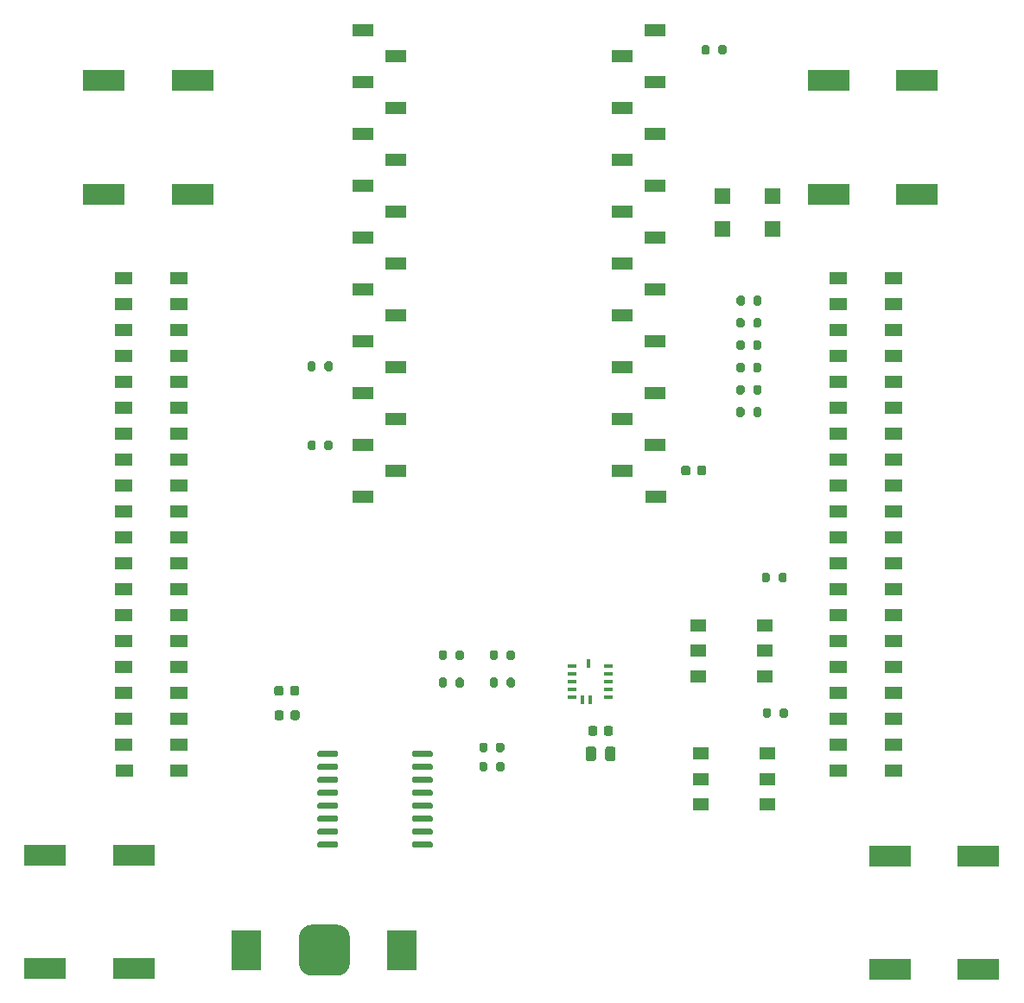
<source format=gbr>
%TF.GenerationSoftware,KiCad,Pcbnew,(5.1.9)-1*%
%TF.CreationDate,2023-04-15T18:22:43-04:00*%
%TF.ProjectId,ESP backpack,45535020-6261-4636-9b70-61636b2e6b69,rev?*%
%TF.SameCoordinates,Original*%
%TF.FileFunction,Paste,Top*%
%TF.FilePolarity,Positive*%
%FSLAX46Y46*%
G04 Gerber Fmt 4.6, Leading zero omitted, Abs format (unit mm)*
G04 Created by KiCad (PCBNEW (5.1.9)-1) date 2023-04-15 18:22:43*
%MOMM*%
%LPD*%
G01*
G04 APERTURE LIST*
%ADD10R,3.000000X4.000000*%
%ADD11R,4.099999X2.000000*%
%ADD12R,4.100000X2.000000*%
%ADD13R,0.400000X0.805000*%
%ADD14R,0.805000X0.350000*%
%ADD15R,2.150000X1.200000*%
%ADD16R,2.000000X1.200000*%
%ADD17R,1.500000X1.200000*%
%ADD18R,1.778000X1.270000*%
%ADD19R,1.500000X1.500000*%
G04 APERTURE END LIST*
%TO.C,U3*%
G36*
G01*
X40505800Y-72661920D02*
X40505800Y-72361920D01*
G75*
G02*
X40655800Y-72211920I150000J0D01*
G01*
X42405800Y-72211920D01*
G75*
G02*
X42555800Y-72361920I0J-150000D01*
G01*
X42555800Y-72661920D01*
G75*
G02*
X42405800Y-72811920I-150000J0D01*
G01*
X40655800Y-72811920D01*
G75*
G02*
X40505800Y-72661920I0J150000D01*
G01*
G37*
G36*
G01*
X40505800Y-73931920D02*
X40505800Y-73631920D01*
G75*
G02*
X40655800Y-73481920I150000J0D01*
G01*
X42405800Y-73481920D01*
G75*
G02*
X42555800Y-73631920I0J-150000D01*
G01*
X42555800Y-73931920D01*
G75*
G02*
X42405800Y-74081920I-150000J0D01*
G01*
X40655800Y-74081920D01*
G75*
G02*
X40505800Y-73931920I0J150000D01*
G01*
G37*
G36*
G01*
X40505800Y-75201920D02*
X40505800Y-74901920D01*
G75*
G02*
X40655800Y-74751920I150000J0D01*
G01*
X42405800Y-74751920D01*
G75*
G02*
X42555800Y-74901920I0J-150000D01*
G01*
X42555800Y-75201920D01*
G75*
G02*
X42405800Y-75351920I-150000J0D01*
G01*
X40655800Y-75351920D01*
G75*
G02*
X40505800Y-75201920I0J150000D01*
G01*
G37*
G36*
G01*
X40505800Y-76471920D02*
X40505800Y-76171920D01*
G75*
G02*
X40655800Y-76021920I150000J0D01*
G01*
X42405800Y-76021920D01*
G75*
G02*
X42555800Y-76171920I0J-150000D01*
G01*
X42555800Y-76471920D01*
G75*
G02*
X42405800Y-76621920I-150000J0D01*
G01*
X40655800Y-76621920D01*
G75*
G02*
X40505800Y-76471920I0J150000D01*
G01*
G37*
G36*
G01*
X40505800Y-77741920D02*
X40505800Y-77441920D01*
G75*
G02*
X40655800Y-77291920I150000J0D01*
G01*
X42405800Y-77291920D01*
G75*
G02*
X42555800Y-77441920I0J-150000D01*
G01*
X42555800Y-77741920D01*
G75*
G02*
X42405800Y-77891920I-150000J0D01*
G01*
X40655800Y-77891920D01*
G75*
G02*
X40505800Y-77741920I0J150000D01*
G01*
G37*
G36*
G01*
X40505800Y-79011920D02*
X40505800Y-78711920D01*
G75*
G02*
X40655800Y-78561920I150000J0D01*
G01*
X42405800Y-78561920D01*
G75*
G02*
X42555800Y-78711920I0J-150000D01*
G01*
X42555800Y-79011920D01*
G75*
G02*
X42405800Y-79161920I-150000J0D01*
G01*
X40655800Y-79161920D01*
G75*
G02*
X40505800Y-79011920I0J150000D01*
G01*
G37*
G36*
G01*
X40505800Y-80281920D02*
X40505800Y-79981920D01*
G75*
G02*
X40655800Y-79831920I150000J0D01*
G01*
X42405800Y-79831920D01*
G75*
G02*
X42555800Y-79981920I0J-150000D01*
G01*
X42555800Y-80281920D01*
G75*
G02*
X42405800Y-80431920I-150000J0D01*
G01*
X40655800Y-80431920D01*
G75*
G02*
X40505800Y-80281920I0J150000D01*
G01*
G37*
G36*
G01*
X40505800Y-81551920D02*
X40505800Y-81251920D01*
G75*
G02*
X40655800Y-81101920I150000J0D01*
G01*
X42405800Y-81101920D01*
G75*
G02*
X42555800Y-81251920I0J-150000D01*
G01*
X42555800Y-81551920D01*
G75*
G02*
X42405800Y-81701920I-150000J0D01*
G01*
X40655800Y-81701920D01*
G75*
G02*
X40505800Y-81551920I0J150000D01*
G01*
G37*
G36*
G01*
X31205800Y-81551920D02*
X31205800Y-81251920D01*
G75*
G02*
X31355800Y-81101920I150000J0D01*
G01*
X33105800Y-81101920D01*
G75*
G02*
X33255800Y-81251920I0J-150000D01*
G01*
X33255800Y-81551920D01*
G75*
G02*
X33105800Y-81701920I-150000J0D01*
G01*
X31355800Y-81701920D01*
G75*
G02*
X31205800Y-81551920I0J150000D01*
G01*
G37*
G36*
G01*
X31205800Y-80281920D02*
X31205800Y-79981920D01*
G75*
G02*
X31355800Y-79831920I150000J0D01*
G01*
X33105800Y-79831920D01*
G75*
G02*
X33255800Y-79981920I0J-150000D01*
G01*
X33255800Y-80281920D01*
G75*
G02*
X33105800Y-80431920I-150000J0D01*
G01*
X31355800Y-80431920D01*
G75*
G02*
X31205800Y-80281920I0J150000D01*
G01*
G37*
G36*
G01*
X31205800Y-79011920D02*
X31205800Y-78711920D01*
G75*
G02*
X31355800Y-78561920I150000J0D01*
G01*
X33105800Y-78561920D01*
G75*
G02*
X33255800Y-78711920I0J-150000D01*
G01*
X33255800Y-79011920D01*
G75*
G02*
X33105800Y-79161920I-150000J0D01*
G01*
X31355800Y-79161920D01*
G75*
G02*
X31205800Y-79011920I0J150000D01*
G01*
G37*
G36*
G01*
X31205800Y-77741920D02*
X31205800Y-77441920D01*
G75*
G02*
X31355800Y-77291920I150000J0D01*
G01*
X33105800Y-77291920D01*
G75*
G02*
X33255800Y-77441920I0J-150000D01*
G01*
X33255800Y-77741920D01*
G75*
G02*
X33105800Y-77891920I-150000J0D01*
G01*
X31355800Y-77891920D01*
G75*
G02*
X31205800Y-77741920I0J150000D01*
G01*
G37*
G36*
G01*
X31205800Y-76471920D02*
X31205800Y-76171920D01*
G75*
G02*
X31355800Y-76021920I150000J0D01*
G01*
X33105800Y-76021920D01*
G75*
G02*
X33255800Y-76171920I0J-150000D01*
G01*
X33255800Y-76471920D01*
G75*
G02*
X33105800Y-76621920I-150000J0D01*
G01*
X31355800Y-76621920D01*
G75*
G02*
X31205800Y-76471920I0J150000D01*
G01*
G37*
G36*
G01*
X31205800Y-75201920D02*
X31205800Y-74901920D01*
G75*
G02*
X31355800Y-74751920I150000J0D01*
G01*
X33105800Y-74751920D01*
G75*
G02*
X33255800Y-74901920I0J-150000D01*
G01*
X33255800Y-75201920D01*
G75*
G02*
X33105800Y-75351920I-150000J0D01*
G01*
X31355800Y-75351920D01*
G75*
G02*
X31205800Y-75201920I0J150000D01*
G01*
G37*
G36*
G01*
X31205800Y-73931920D02*
X31205800Y-73631920D01*
G75*
G02*
X31355800Y-73481920I150000J0D01*
G01*
X33105800Y-73481920D01*
G75*
G02*
X33255800Y-73631920I0J-150000D01*
G01*
X33255800Y-73931920D01*
G75*
G02*
X33105800Y-74081920I-150000J0D01*
G01*
X31355800Y-74081920D01*
G75*
G02*
X31205800Y-73931920I0J150000D01*
G01*
G37*
G36*
G01*
X31205800Y-72661920D02*
X31205800Y-72361920D01*
G75*
G02*
X31355800Y-72211920I150000J0D01*
G01*
X33105800Y-72211920D01*
G75*
G02*
X33255800Y-72361920I0J-150000D01*
G01*
X33255800Y-72661920D01*
G75*
G02*
X33105800Y-72811920I-150000J0D01*
G01*
X31355800Y-72811920D01*
G75*
G02*
X31205800Y-72661920I0J150000D01*
G01*
G37*
%TD*%
%TO.C,SDA2*%
G36*
G01*
X48740880Y-74013740D02*
X48740880Y-73463740D01*
G75*
G02*
X48940880Y-73263740I200000J0D01*
G01*
X49340880Y-73263740D01*
G75*
G02*
X49540880Y-73463740I0J-200000D01*
G01*
X49540880Y-74013740D01*
G75*
G02*
X49340880Y-74213740I-200000J0D01*
G01*
X48940880Y-74213740D01*
G75*
G02*
X48740880Y-74013740I0J200000D01*
G01*
G37*
G36*
G01*
X47090880Y-74013740D02*
X47090880Y-73463740D01*
G75*
G02*
X47290880Y-73263740I200000J0D01*
G01*
X47690880Y-73263740D01*
G75*
G02*
X47890880Y-73463740I0J-200000D01*
G01*
X47890880Y-74013740D01*
G75*
G02*
X47690880Y-74213740I-200000J0D01*
G01*
X47290880Y-74213740D01*
G75*
G02*
X47090880Y-74013740I0J200000D01*
G01*
G37*
%TD*%
%TO.C,SCL2*%
G36*
G01*
X48740880Y-72131600D02*
X48740880Y-71581600D01*
G75*
G02*
X48940880Y-71381600I200000J0D01*
G01*
X49340880Y-71381600D01*
G75*
G02*
X49540880Y-71581600I0J-200000D01*
G01*
X49540880Y-72131600D01*
G75*
G02*
X49340880Y-72331600I-200000J0D01*
G01*
X48940880Y-72331600D01*
G75*
G02*
X48740880Y-72131600I0J200000D01*
G01*
G37*
G36*
G01*
X47090880Y-72131600D02*
X47090880Y-71581600D01*
G75*
G02*
X47290880Y-71381600I200000J0D01*
G01*
X47690880Y-71381600D01*
G75*
G02*
X47890880Y-71581600I0J-200000D01*
G01*
X47890880Y-72131600D01*
G75*
G02*
X47690880Y-72331600I-200000J0D01*
G01*
X47290880Y-72331600D01*
G75*
G02*
X47090880Y-72131600I0J200000D01*
G01*
G37*
%TD*%
%TO.C,C13*%
G36*
G01*
X27899480Y-66056700D02*
X27899480Y-66556700D01*
G75*
G02*
X27674480Y-66781700I-225000J0D01*
G01*
X27224480Y-66781700D01*
G75*
G02*
X26999480Y-66556700I0J225000D01*
G01*
X26999480Y-66056700D01*
G75*
G02*
X27224480Y-65831700I225000J0D01*
G01*
X27674480Y-65831700D01*
G75*
G02*
X27899480Y-66056700I0J-225000D01*
G01*
G37*
G36*
G01*
X29449480Y-66056700D02*
X29449480Y-66556700D01*
G75*
G02*
X29224480Y-66781700I-225000J0D01*
G01*
X28774480Y-66781700D01*
G75*
G02*
X28549480Y-66556700I0J225000D01*
G01*
X28549480Y-66056700D01*
G75*
G02*
X28774480Y-65831700I225000J0D01*
G01*
X29224480Y-65831700D01*
G75*
G02*
X29449480Y-66056700I0J-225000D01*
G01*
G37*
%TD*%
%TO.C,C12*%
G36*
G01*
X27942660Y-68457000D02*
X27942660Y-68957000D01*
G75*
G02*
X27717660Y-69182000I-225000J0D01*
G01*
X27267660Y-69182000D01*
G75*
G02*
X27042660Y-68957000I0J225000D01*
G01*
X27042660Y-68457000D01*
G75*
G02*
X27267660Y-68232000I225000J0D01*
G01*
X27717660Y-68232000D01*
G75*
G02*
X27942660Y-68457000I0J-225000D01*
G01*
G37*
G36*
G01*
X29492660Y-68457000D02*
X29492660Y-68957000D01*
G75*
G02*
X29267660Y-69182000I-225000J0D01*
G01*
X28817660Y-69182000D01*
G75*
G02*
X28592660Y-68957000I0J225000D01*
G01*
X28592660Y-68457000D01*
G75*
G02*
X28817660Y-68232000I225000J0D01*
G01*
X29267660Y-68232000D01*
G75*
G02*
X29492660Y-68457000I0J-225000D01*
G01*
G37*
%TD*%
%TO.C,C11*%
G36*
G01*
X68424940Y-44969240D02*
X68424940Y-44469240D01*
G75*
G02*
X68649940Y-44244240I225000J0D01*
G01*
X69099940Y-44244240D01*
G75*
G02*
X69324940Y-44469240I0J-225000D01*
G01*
X69324940Y-44969240D01*
G75*
G02*
X69099940Y-45194240I-225000J0D01*
G01*
X68649940Y-45194240D01*
G75*
G02*
X68424940Y-44969240I0J225000D01*
G01*
G37*
G36*
G01*
X66874940Y-44969240D02*
X66874940Y-44469240D01*
G75*
G02*
X67099940Y-44244240I225000J0D01*
G01*
X67549940Y-44244240D01*
G75*
G02*
X67774940Y-44469240I0J-225000D01*
G01*
X67774940Y-44969240D01*
G75*
G02*
X67549940Y-45194240I-225000J0D01*
G01*
X67099940Y-45194240D01*
G75*
G02*
X66874940Y-44969240I0J225000D01*
G01*
G37*
%TD*%
%TO.C,BT1*%
G36*
G01*
X29422720Y-92989720D02*
X29422720Y-90489720D01*
G75*
G02*
X30672720Y-89239720I1250000J0D01*
G01*
X33172720Y-89239720D01*
G75*
G02*
X34422720Y-90489720I0J-1250000D01*
G01*
X34422720Y-92989720D01*
G75*
G02*
X33172720Y-94239720I-1250000J0D01*
G01*
X30672720Y-94239720D01*
G75*
G02*
X29422720Y-92989720I0J1250000D01*
G01*
G37*
D10*
X39542720Y-91739720D03*
X24302720Y-91739720D03*
%TD*%
D11*
%TO.C,C10*%
X96010980Y-93565980D03*
D12*
X87310980Y-93565980D03*
%TD*%
D11*
%TO.C,C9*%
X96010980Y-82491580D03*
D12*
X87310980Y-82491580D03*
%TD*%
D11*
%TO.C,C8*%
X4573020Y-93505020D03*
D12*
X13273020Y-93505020D03*
%TD*%
D11*
%TO.C,C7*%
X4573020Y-82430620D03*
D12*
X13273020Y-82430620D03*
%TD*%
D11*
%TO.C,C6*%
X10280400Y-17627600D03*
D12*
X18980400Y-17627600D03*
%TD*%
D11*
%TO.C,C5*%
X10331200Y-6502400D03*
D12*
X19031200Y-6502400D03*
%TD*%
D11*
%TO.C,C4*%
X89998800Y-17627600D03*
D12*
X81298800Y-17627600D03*
%TD*%
D11*
%TO.C,C3*%
X89998800Y-6502400D03*
D12*
X81298800Y-6502400D03*
%TD*%
D13*
%TO.C,U2*%
X57157860Y-67176700D03*
X57957860Y-67176700D03*
X57782860Y-63631700D03*
D14*
X59730360Y-66904200D03*
X59730360Y-66154200D03*
X59730360Y-65404200D03*
X59730360Y-64654200D03*
X59730360Y-63904200D03*
X56190360Y-66904200D03*
X56190360Y-66154200D03*
X56190360Y-64654200D03*
X56190360Y-65404200D03*
X56190360Y-63904200D03*
%TD*%
D15*
%TO.C,U1*%
X35700000Y-32025000D03*
X35700000Y-47265000D03*
X35700000Y-37105000D03*
X35700000Y-16785000D03*
X35700000Y-21865000D03*
X35700000Y-42185000D03*
X35700000Y-11705000D03*
X35700000Y-26945000D03*
X38900000Y-29475000D03*
X38900000Y-34555000D03*
X38900000Y-19315000D03*
X38900000Y-14235000D03*
X38900000Y-39635000D03*
X35700000Y-6625000D03*
X38900000Y-24395000D03*
X38900000Y-44715000D03*
X38900000Y-9155000D03*
X38900000Y-4075000D03*
X35700000Y-1550000D03*
X64300000Y-1535000D03*
X64300000Y-6615000D03*
X64300000Y-11695000D03*
X64300000Y-16775000D03*
X64300000Y-21855000D03*
X64300000Y-26935000D03*
X64300000Y-32015000D03*
X64300000Y-37095000D03*
X64300000Y-42175000D03*
X61100000Y-4085000D03*
X61100000Y-9165000D03*
X61100000Y-14245000D03*
X61100000Y-19325000D03*
X61100000Y-24405000D03*
X61100000Y-29485000D03*
X61100000Y-34565000D03*
X61100000Y-39645000D03*
X61100000Y-44725000D03*
D16*
X64400000Y-47300000D03*
%TD*%
D17*
%TO.C,S2*%
X68784400Y-77455400D03*
X68784400Y-74955400D03*
X68784400Y-72455400D03*
X75284400Y-77455400D03*
X75284400Y-74955400D03*
X75284400Y-72455400D03*
%TD*%
%TO.C,S1*%
X68530400Y-64882400D03*
X68530400Y-62382400D03*
X68530400Y-59882400D03*
X75030400Y-64882400D03*
X75030400Y-62382400D03*
X75030400Y-59882400D03*
%TD*%
D18*
%TO.C,J2*%
X87670000Y-25870000D03*
X82280000Y-25870000D03*
X87670000Y-28410000D03*
X82280000Y-28410000D03*
X87670000Y-30950000D03*
X82280000Y-30950000D03*
X87670000Y-33490000D03*
X82280000Y-33490000D03*
X87670000Y-36030000D03*
X82280000Y-36030000D03*
X87670000Y-38570000D03*
X82280000Y-38570000D03*
X87670000Y-41110000D03*
X82280000Y-41110000D03*
X87670000Y-43650000D03*
X82280000Y-43650000D03*
X87670000Y-46190000D03*
X82280000Y-46190000D03*
X87670000Y-48730000D03*
X82280000Y-48730000D03*
X87670000Y-51270000D03*
X82280000Y-51270000D03*
X87670000Y-53810000D03*
X82280000Y-53810000D03*
X87670000Y-56350000D03*
X82280000Y-56350000D03*
X87670000Y-58890000D03*
X82280000Y-58890000D03*
X87670000Y-61430000D03*
X82280000Y-61430000D03*
X87670000Y-63970000D03*
X82280000Y-63970000D03*
X87670000Y-66510000D03*
X82280000Y-66510000D03*
X87670000Y-69050000D03*
X82280000Y-69050000D03*
X87670000Y-71590000D03*
X82280000Y-71590000D03*
X87700000Y-74130000D03*
X82300000Y-74130000D03*
%TD*%
%TO.C,J1*%
X17670000Y-25870000D03*
X12280000Y-25870000D03*
X17670000Y-28410000D03*
X12280000Y-28410000D03*
X17670000Y-30950000D03*
X12280000Y-30950000D03*
X17670000Y-33490000D03*
X12280000Y-33490000D03*
X17670000Y-36030000D03*
X12280000Y-36030000D03*
X17670000Y-38570000D03*
X12280000Y-38570000D03*
X17670000Y-41110000D03*
X12280000Y-41110000D03*
X17670000Y-43650000D03*
X12280000Y-43650000D03*
X17670000Y-46190000D03*
X12280000Y-46190000D03*
X17670000Y-48730000D03*
X12280000Y-48730000D03*
X17670000Y-51270000D03*
X12280000Y-51270000D03*
X17670000Y-53810000D03*
X12280000Y-53810000D03*
X17670000Y-56350000D03*
X12280000Y-56350000D03*
X17670000Y-58890000D03*
X12280000Y-58890000D03*
X17670000Y-61430000D03*
X12280000Y-61430000D03*
X17670000Y-63970000D03*
X12280000Y-63970000D03*
X17670000Y-66510000D03*
X12280000Y-66510000D03*
X17670000Y-69050000D03*
X12280000Y-69050000D03*
X17670000Y-71590000D03*
X12280000Y-71590000D03*
X17700000Y-74130000D03*
X12300000Y-74130000D03*
%TD*%
D19*
%TO.C,D1*%
X70956000Y-17831000D03*
X70956000Y-21031000D03*
X75856000Y-21031000D03*
X75856000Y-17831000D03*
%TD*%
%TO.C,C1*%
G36*
G01*
X58653320Y-69987120D02*
X58653320Y-70487120D01*
G75*
G02*
X58428320Y-70712120I-225000J0D01*
G01*
X57978320Y-70712120D01*
G75*
G02*
X57753320Y-70487120I0J225000D01*
G01*
X57753320Y-69987120D01*
G75*
G02*
X57978320Y-69762120I225000J0D01*
G01*
X58428320Y-69762120D01*
G75*
G02*
X58653320Y-69987120I0J-225000D01*
G01*
G37*
G36*
G01*
X60203320Y-69987120D02*
X60203320Y-70487120D01*
G75*
G02*
X59978320Y-70712120I-225000J0D01*
G01*
X59528320Y-70712120D01*
G75*
G02*
X59303320Y-70487120I0J225000D01*
G01*
X59303320Y-69987120D01*
G75*
G02*
X59528320Y-69762120I225000J0D01*
G01*
X59978320Y-69762120D01*
G75*
G02*
X60203320Y-69987120I0J-225000D01*
G01*
G37*
%TD*%
%TO.C,C2*%
G36*
G01*
X58528320Y-72012120D02*
X58528320Y-72962120D01*
G75*
G02*
X58278320Y-73212120I-250000J0D01*
G01*
X57778320Y-73212120D01*
G75*
G02*
X57528320Y-72962120I0J250000D01*
G01*
X57528320Y-72012120D01*
G75*
G02*
X57778320Y-71762120I250000J0D01*
G01*
X58278320Y-71762120D01*
G75*
G02*
X58528320Y-72012120I0J-250000D01*
G01*
G37*
G36*
G01*
X60428320Y-72012120D02*
X60428320Y-72962120D01*
G75*
G02*
X60178320Y-73212120I-250000J0D01*
G01*
X59678320Y-73212120D01*
G75*
G02*
X59428320Y-72962120I0J250000D01*
G01*
X59428320Y-72012120D01*
G75*
G02*
X59678320Y-71762120I250000J0D01*
G01*
X60178320Y-71762120D01*
G75*
G02*
X60428320Y-72012120I0J-250000D01*
G01*
G37*
%TD*%
%TO.C,ExtPower1*%
G36*
G01*
X69675000Y-3225000D02*
X69675000Y-3775000D01*
G75*
G02*
X69475000Y-3975000I-200000J0D01*
G01*
X69075000Y-3975000D01*
G75*
G02*
X68875000Y-3775000I0J200000D01*
G01*
X68875000Y-3225000D01*
G75*
G02*
X69075000Y-3025000I200000J0D01*
G01*
X69475000Y-3025000D01*
G75*
G02*
X69675000Y-3225000I0J-200000D01*
G01*
G37*
G36*
G01*
X71325000Y-3225000D02*
X71325000Y-3775000D01*
G75*
G02*
X71125000Y-3975000I-200000J0D01*
G01*
X70725000Y-3975000D01*
G75*
G02*
X70525000Y-3775000I0J200000D01*
G01*
X70525000Y-3225000D01*
G75*
G02*
X70725000Y-3025000I200000J0D01*
G01*
X71125000Y-3025000D01*
G75*
G02*
X71325000Y-3225000I0J-200000D01*
G01*
G37*
%TD*%
%TO.C,R2*%
G36*
G01*
X31075000Y-41975000D02*
X31075000Y-42525000D01*
G75*
G02*
X30875000Y-42725000I-200000J0D01*
G01*
X30475000Y-42725000D01*
G75*
G02*
X30275000Y-42525000I0J200000D01*
G01*
X30275000Y-41975000D01*
G75*
G02*
X30475000Y-41775000I200000J0D01*
G01*
X30875000Y-41775000D01*
G75*
G02*
X31075000Y-41975000I0J-200000D01*
G01*
G37*
G36*
G01*
X32725000Y-41975000D02*
X32725000Y-42525000D01*
G75*
G02*
X32525000Y-42725000I-200000J0D01*
G01*
X32125000Y-42725000D01*
G75*
G02*
X31925000Y-42525000I0J200000D01*
G01*
X31925000Y-41975000D01*
G75*
G02*
X32125000Y-41775000I200000J0D01*
G01*
X32525000Y-41775000D01*
G75*
G02*
X32725000Y-41975000I0J-200000D01*
G01*
G37*
%TD*%
%TO.C,R7*%
G36*
G01*
X73925000Y-39275000D02*
X73925000Y-38725000D01*
G75*
G02*
X74125000Y-38525000I200000J0D01*
G01*
X74525000Y-38525000D01*
G75*
G02*
X74725000Y-38725000I0J-200000D01*
G01*
X74725000Y-39275000D01*
G75*
G02*
X74525000Y-39475000I-200000J0D01*
G01*
X74125000Y-39475000D01*
G75*
G02*
X73925000Y-39275000I0J200000D01*
G01*
G37*
G36*
G01*
X72275000Y-39275000D02*
X72275000Y-38725000D01*
G75*
G02*
X72475000Y-38525000I200000J0D01*
G01*
X72875000Y-38525000D01*
G75*
G02*
X73075000Y-38725000I0J-200000D01*
G01*
X73075000Y-39275000D01*
G75*
G02*
X72875000Y-39475000I-200000J0D01*
G01*
X72475000Y-39475000D01*
G75*
G02*
X72275000Y-39275000I0J200000D01*
G01*
G37*
%TD*%
%TO.C,R6*%
G36*
G01*
X73925000Y-37088400D02*
X73925000Y-36538400D01*
G75*
G02*
X74125000Y-36338400I200000J0D01*
G01*
X74525000Y-36338400D01*
G75*
G02*
X74725000Y-36538400I0J-200000D01*
G01*
X74725000Y-37088400D01*
G75*
G02*
X74525000Y-37288400I-200000J0D01*
G01*
X74125000Y-37288400D01*
G75*
G02*
X73925000Y-37088400I0J200000D01*
G01*
G37*
G36*
G01*
X72275000Y-37088400D02*
X72275000Y-36538400D01*
G75*
G02*
X72475000Y-36338400I200000J0D01*
G01*
X72875000Y-36338400D01*
G75*
G02*
X73075000Y-36538400I0J-200000D01*
G01*
X73075000Y-37088400D01*
G75*
G02*
X72875000Y-37288400I-200000J0D01*
G01*
X72475000Y-37288400D01*
G75*
G02*
X72275000Y-37088400I0J200000D01*
G01*
G37*
%TD*%
%TO.C,R1*%
G36*
G01*
X31075000Y-34225000D02*
X31075000Y-34775000D01*
G75*
G02*
X30875000Y-34975000I-200000J0D01*
G01*
X30475000Y-34975000D01*
G75*
G02*
X30275000Y-34775000I0J200000D01*
G01*
X30275000Y-34225000D01*
G75*
G02*
X30475000Y-34025000I200000J0D01*
G01*
X30875000Y-34025000D01*
G75*
G02*
X31075000Y-34225000I0J-200000D01*
G01*
G37*
G36*
G01*
X32725000Y-34225000D02*
X32725000Y-34775000D01*
G75*
G02*
X32525000Y-34975000I-200000J0D01*
G01*
X32125000Y-34975000D01*
G75*
G02*
X31925000Y-34775000I0J200000D01*
G01*
X31925000Y-34225000D01*
G75*
G02*
X32125000Y-34025000I200000J0D01*
G01*
X32525000Y-34025000D01*
G75*
G02*
X32725000Y-34225000I0J-200000D01*
G01*
G37*
%TD*%
%TO.C,R5*%
G36*
G01*
X73925000Y-34901800D02*
X73925000Y-34351800D01*
G75*
G02*
X74125000Y-34151800I200000J0D01*
G01*
X74525000Y-34151800D01*
G75*
G02*
X74725000Y-34351800I0J-200000D01*
G01*
X74725000Y-34901800D01*
G75*
G02*
X74525000Y-35101800I-200000J0D01*
G01*
X74125000Y-35101800D01*
G75*
G02*
X73925000Y-34901800I0J200000D01*
G01*
G37*
G36*
G01*
X72275000Y-34901800D02*
X72275000Y-34351800D01*
G75*
G02*
X72475000Y-34151800I200000J0D01*
G01*
X72875000Y-34151800D01*
G75*
G02*
X73075000Y-34351800I0J-200000D01*
G01*
X73075000Y-34901800D01*
G75*
G02*
X72875000Y-35101800I-200000J0D01*
G01*
X72475000Y-35101800D01*
G75*
G02*
X72275000Y-34901800I0J200000D01*
G01*
G37*
%TD*%
%TO.C,R4*%
G36*
G01*
X73925000Y-32715200D02*
X73925000Y-32165200D01*
G75*
G02*
X74125000Y-31965200I200000J0D01*
G01*
X74525000Y-31965200D01*
G75*
G02*
X74725000Y-32165200I0J-200000D01*
G01*
X74725000Y-32715200D01*
G75*
G02*
X74525000Y-32915200I-200000J0D01*
G01*
X74125000Y-32915200D01*
G75*
G02*
X73925000Y-32715200I0J200000D01*
G01*
G37*
G36*
G01*
X72275000Y-32715200D02*
X72275000Y-32165200D01*
G75*
G02*
X72475000Y-31965200I200000J0D01*
G01*
X72875000Y-31965200D01*
G75*
G02*
X73075000Y-32165200I0J-200000D01*
G01*
X73075000Y-32715200D01*
G75*
G02*
X72875000Y-32915200I-200000J0D01*
G01*
X72475000Y-32915200D01*
G75*
G02*
X72275000Y-32715200I0J200000D01*
G01*
G37*
%TD*%
%TO.C,R3*%
G36*
G01*
X73925000Y-30528600D02*
X73925000Y-29978600D01*
G75*
G02*
X74125000Y-29778600I200000J0D01*
G01*
X74525000Y-29778600D01*
G75*
G02*
X74725000Y-29978600I0J-200000D01*
G01*
X74725000Y-30528600D01*
G75*
G02*
X74525000Y-30728600I-200000J0D01*
G01*
X74125000Y-30728600D01*
G75*
G02*
X73925000Y-30528600I0J200000D01*
G01*
G37*
G36*
G01*
X72275000Y-30528600D02*
X72275000Y-29978600D01*
G75*
G02*
X72475000Y-29778600I200000J0D01*
G01*
X72875000Y-29778600D01*
G75*
G02*
X73075000Y-29978600I0J-200000D01*
G01*
X73075000Y-30528600D01*
G75*
G02*
X72875000Y-30728600I-200000J0D01*
G01*
X72475000Y-30728600D01*
G75*
G02*
X72275000Y-30528600I0J200000D01*
G01*
G37*
%TD*%
%TO.C,SCL1*%
G36*
G01*
X49782860Y-63079200D02*
X49782860Y-62529200D01*
G75*
G02*
X49982860Y-62329200I200000J0D01*
G01*
X50382860Y-62329200D01*
G75*
G02*
X50582860Y-62529200I0J-200000D01*
G01*
X50582860Y-63079200D01*
G75*
G02*
X50382860Y-63279200I-200000J0D01*
G01*
X49982860Y-63279200D01*
G75*
G02*
X49782860Y-63079200I0J200000D01*
G01*
G37*
G36*
G01*
X48132860Y-63079200D02*
X48132860Y-62529200D01*
G75*
G02*
X48332860Y-62329200I200000J0D01*
G01*
X48732860Y-62329200D01*
G75*
G02*
X48932860Y-62529200I0J-200000D01*
G01*
X48932860Y-63079200D01*
G75*
G02*
X48732860Y-63279200I-200000J0D01*
G01*
X48332860Y-63279200D01*
G75*
G02*
X48132860Y-63079200I0J200000D01*
G01*
G37*
%TD*%
%TO.C,SCL_EXT1*%
G36*
G01*
X44782860Y-63079200D02*
X44782860Y-62529200D01*
G75*
G02*
X44982860Y-62329200I200000J0D01*
G01*
X45382860Y-62329200D01*
G75*
G02*
X45582860Y-62529200I0J-200000D01*
G01*
X45582860Y-63079200D01*
G75*
G02*
X45382860Y-63279200I-200000J0D01*
G01*
X44982860Y-63279200D01*
G75*
G02*
X44782860Y-63079200I0J200000D01*
G01*
G37*
G36*
G01*
X43132860Y-63079200D02*
X43132860Y-62529200D01*
G75*
G02*
X43332860Y-62329200I200000J0D01*
G01*
X43732860Y-62329200D01*
G75*
G02*
X43932860Y-62529200I0J-200000D01*
G01*
X43932860Y-63079200D01*
G75*
G02*
X43732860Y-63279200I-200000J0D01*
G01*
X43332860Y-63279200D01*
G75*
G02*
X43132860Y-63079200I0J200000D01*
G01*
G37*
%TD*%
%TO.C,SDA1*%
G36*
G01*
X49782860Y-65779200D02*
X49782860Y-65229200D01*
G75*
G02*
X49982860Y-65029200I200000J0D01*
G01*
X50382860Y-65029200D01*
G75*
G02*
X50582860Y-65229200I0J-200000D01*
G01*
X50582860Y-65779200D01*
G75*
G02*
X50382860Y-65979200I-200000J0D01*
G01*
X49982860Y-65979200D01*
G75*
G02*
X49782860Y-65779200I0J200000D01*
G01*
G37*
G36*
G01*
X48132860Y-65779200D02*
X48132860Y-65229200D01*
G75*
G02*
X48332860Y-65029200I200000J0D01*
G01*
X48732860Y-65029200D01*
G75*
G02*
X48932860Y-65229200I0J-200000D01*
G01*
X48932860Y-65779200D01*
G75*
G02*
X48732860Y-65979200I-200000J0D01*
G01*
X48332860Y-65979200D01*
G75*
G02*
X48132860Y-65779200I0J200000D01*
G01*
G37*
%TD*%
%TO.C,SDA_EXT1*%
G36*
G01*
X44782860Y-65779200D02*
X44782860Y-65229200D01*
G75*
G02*
X44982860Y-65029200I200000J0D01*
G01*
X45382860Y-65029200D01*
G75*
G02*
X45582860Y-65229200I0J-200000D01*
G01*
X45582860Y-65779200D01*
G75*
G02*
X45382860Y-65979200I-200000J0D01*
G01*
X44982860Y-65979200D01*
G75*
G02*
X44782860Y-65779200I0J200000D01*
G01*
G37*
G36*
G01*
X43132860Y-65779200D02*
X43132860Y-65229200D01*
G75*
G02*
X43332860Y-65029200I200000J0D01*
G01*
X43732860Y-65029200D01*
G75*
G02*
X43932860Y-65229200I0J-200000D01*
G01*
X43932860Y-65779200D01*
G75*
G02*
X43732860Y-65979200I-200000J0D01*
G01*
X43332860Y-65979200D01*
G75*
G02*
X43132860Y-65779200I0J200000D01*
G01*
G37*
%TD*%
%TO.C,R8*%
G36*
G01*
X76421800Y-55494600D02*
X76421800Y-54944600D01*
G75*
G02*
X76621800Y-54744600I200000J0D01*
G01*
X77021800Y-54744600D01*
G75*
G02*
X77221800Y-54944600I0J-200000D01*
G01*
X77221800Y-55494600D01*
G75*
G02*
X77021800Y-55694600I-200000J0D01*
G01*
X76621800Y-55694600D01*
G75*
G02*
X76421800Y-55494600I0J200000D01*
G01*
G37*
G36*
G01*
X74771800Y-55494600D02*
X74771800Y-54944600D01*
G75*
G02*
X74971800Y-54744600I200000J0D01*
G01*
X75371800Y-54744600D01*
G75*
G02*
X75571800Y-54944600I0J-200000D01*
G01*
X75571800Y-55494600D01*
G75*
G02*
X75371800Y-55694600I-200000J0D01*
G01*
X74971800Y-55694600D01*
G75*
G02*
X74771800Y-55494600I0J200000D01*
G01*
G37*
%TD*%
%TO.C,R9*%
G36*
G01*
X76523400Y-68753400D02*
X76523400Y-68203400D01*
G75*
G02*
X76723400Y-68003400I200000J0D01*
G01*
X77123400Y-68003400D01*
G75*
G02*
X77323400Y-68203400I0J-200000D01*
G01*
X77323400Y-68753400D01*
G75*
G02*
X77123400Y-68953400I-200000J0D01*
G01*
X76723400Y-68953400D01*
G75*
G02*
X76523400Y-68753400I0J200000D01*
G01*
G37*
G36*
G01*
X74873400Y-68753400D02*
X74873400Y-68203400D01*
G75*
G02*
X75073400Y-68003400I200000J0D01*
G01*
X75473400Y-68003400D01*
G75*
G02*
X75673400Y-68203400I0J-200000D01*
G01*
X75673400Y-68753400D01*
G75*
G02*
X75473400Y-68953400I-200000J0D01*
G01*
X75073400Y-68953400D01*
G75*
G02*
X74873400Y-68753400I0J200000D01*
G01*
G37*
%TD*%
%TO.C,R10*%
G36*
G01*
X73958000Y-28342000D02*
X73958000Y-27792000D01*
G75*
G02*
X74158000Y-27592000I200000J0D01*
G01*
X74558000Y-27592000D01*
G75*
G02*
X74758000Y-27792000I0J-200000D01*
G01*
X74758000Y-28342000D01*
G75*
G02*
X74558000Y-28542000I-200000J0D01*
G01*
X74158000Y-28542000D01*
G75*
G02*
X73958000Y-28342000I0J200000D01*
G01*
G37*
G36*
G01*
X72308000Y-28342000D02*
X72308000Y-27792000D01*
G75*
G02*
X72508000Y-27592000I200000J0D01*
G01*
X72908000Y-27592000D01*
G75*
G02*
X73108000Y-27792000I0J-200000D01*
G01*
X73108000Y-28342000D01*
G75*
G02*
X72908000Y-28542000I-200000J0D01*
G01*
X72508000Y-28542000D01*
G75*
G02*
X72308000Y-28342000I0J200000D01*
G01*
G37*
%TD*%
M02*

</source>
